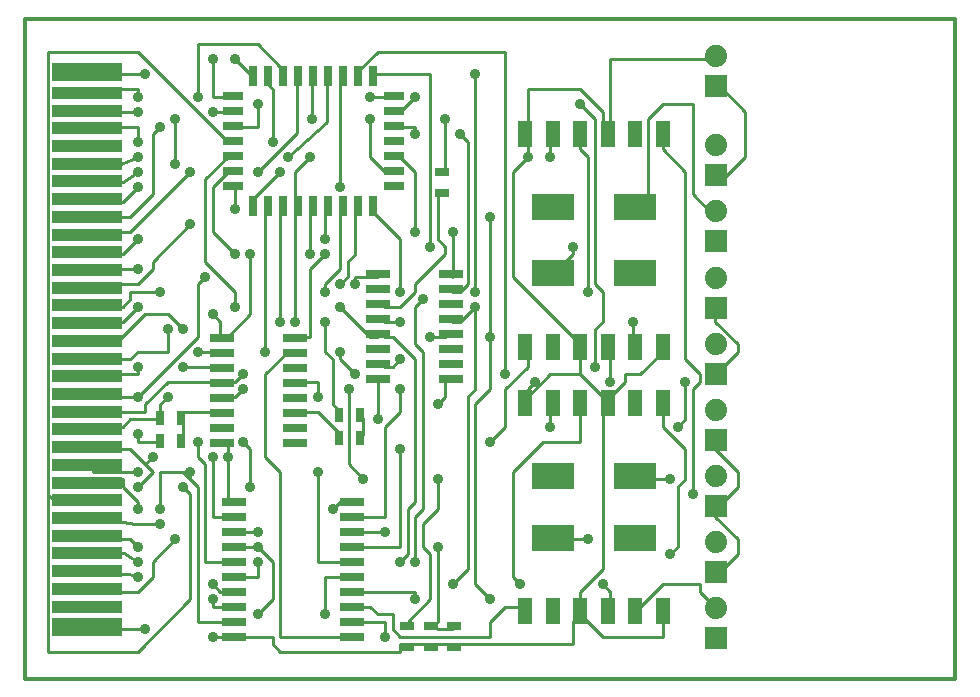
<source format=gbr>
G75*
G70*
%OFA0B0*%
%FSLAX25Y25*%
%IPPOS*%
%LPD*%
%AMOC8*
5,1,8,0,0,1.08239X$1,22.5*
%
%ADD10C,0.01181*%
%ADD11R,0.23622X0.05906*%
%ADD12R,0.23622X0.03937*%
%ADD13R,0.08000X0.02600*%
%ADD14R,0.02795X0.07008*%
%ADD15R,0.07008X0.02795*%
%ADD16R,0.04800X0.08800*%
%ADD17R,0.14173X0.08661*%
%ADD18R,0.04724X0.03150*%
%ADD19R,0.03150X0.04724*%
%ADD20R,0.07400X0.07400*%
%ADD21C,0.07400*%
%ADD22C,0.01000*%
%ADD23C,0.03600*%
%ADD24C,0.02400*%
D10*
X0008466Y0003830D02*
X0318466Y0003830D01*
X0318466Y0223830D01*
X0008466Y0223830D01*
X0008466Y0003830D01*
D11*
X0029214Y0020940D03*
X0029214Y0205980D03*
D12*
X0029214Y0199090D03*
X0029214Y0193184D03*
X0029214Y0187279D03*
X0029214Y0181373D03*
X0029214Y0175468D03*
X0029214Y0169562D03*
X0029214Y0163657D03*
X0029214Y0157751D03*
X0029214Y0151846D03*
X0029214Y0145940D03*
X0029214Y0140035D03*
X0029214Y0134129D03*
X0029214Y0128224D03*
X0029214Y0122318D03*
X0029214Y0116413D03*
X0029214Y0110507D03*
X0029214Y0104602D03*
X0029214Y0098696D03*
X0029214Y0092791D03*
X0029214Y0086885D03*
X0029214Y0080980D03*
X0029214Y0075074D03*
X0029214Y0069169D03*
X0029214Y0063263D03*
X0029214Y0057357D03*
X0029214Y0051452D03*
X0029214Y0045546D03*
X0029214Y0039641D03*
X0029214Y0033735D03*
X0029214Y0027830D03*
D13*
X0077977Y0027830D03*
X0077977Y0032830D03*
X0077977Y0037830D03*
X0077977Y0042830D03*
X0077977Y0047830D03*
X0077977Y0052830D03*
X0077977Y0057830D03*
X0077977Y0062830D03*
X0074122Y0082495D03*
X0074122Y0087495D03*
X0074122Y0092495D03*
X0074122Y0097495D03*
X0074122Y0102495D03*
X0074122Y0107495D03*
X0074122Y0112495D03*
X0074122Y0117495D03*
X0098322Y0117495D03*
X0098322Y0112495D03*
X0098322Y0107495D03*
X0098322Y0102495D03*
X0098322Y0097495D03*
X0098322Y0092495D03*
X0098322Y0087495D03*
X0098322Y0082495D03*
X0117577Y0062830D03*
X0117577Y0057830D03*
X0117577Y0052830D03*
X0117577Y0047830D03*
X0117577Y0042830D03*
X0117577Y0037830D03*
X0117577Y0032830D03*
X0117577Y0027830D03*
X0117577Y0022830D03*
X0117577Y0017830D03*
X0077977Y0017830D03*
X0077977Y0022830D03*
X0126071Y0103794D03*
X0126071Y0108794D03*
X0126071Y0113794D03*
X0126071Y0118794D03*
X0126071Y0123794D03*
X0126071Y0128794D03*
X0126071Y0133794D03*
X0126071Y0138794D03*
X0150271Y0138794D03*
X0150271Y0133794D03*
X0150271Y0128794D03*
X0150271Y0123794D03*
X0150271Y0118794D03*
X0150271Y0113794D03*
X0150271Y0108794D03*
X0150271Y0103794D03*
D14*
X0124549Y0161235D03*
X0119549Y0161235D03*
X0114549Y0161235D03*
X0109549Y0161235D03*
X0104549Y0161235D03*
X0099549Y0161235D03*
X0094549Y0161235D03*
X0089549Y0161235D03*
X0084549Y0161235D03*
X0084549Y0204661D03*
X0089549Y0204661D03*
X0094549Y0204661D03*
X0099549Y0204661D03*
X0104549Y0204661D03*
X0109549Y0204661D03*
X0114549Y0204661D03*
X0119549Y0204661D03*
X0124549Y0204661D03*
D15*
X0131261Y0197948D03*
X0131261Y0192948D03*
X0131261Y0187948D03*
X0131261Y0182948D03*
X0131261Y0177948D03*
X0131261Y0172948D03*
X0131261Y0167948D03*
X0077836Y0167948D03*
X0077836Y0172948D03*
X0077836Y0177948D03*
X0077836Y0182948D03*
X0077836Y0187948D03*
X0077836Y0192948D03*
X0077836Y0197948D03*
D16*
X0175232Y0185384D03*
X0184332Y0185384D03*
X0193432Y0185384D03*
X0202791Y0185384D03*
X0211891Y0185384D03*
X0220991Y0185384D03*
X0220991Y0114528D03*
X0211891Y0114528D03*
X0202791Y0114528D03*
X0193432Y0114528D03*
X0184332Y0114528D03*
X0175232Y0114528D03*
X0175232Y0095620D03*
X0184332Y0095620D03*
X0193432Y0095620D03*
X0202791Y0095620D03*
X0211891Y0095620D03*
X0220991Y0095620D03*
X0220991Y0026339D03*
X0211891Y0026339D03*
X0202791Y0026339D03*
X0193432Y0026339D03*
X0184332Y0026339D03*
X0175232Y0026339D03*
D17*
X0184332Y0050739D03*
X0184332Y0071220D03*
X0211891Y0071220D03*
X0211891Y0050739D03*
X0211891Y0138928D03*
X0211891Y0160983D03*
X0184332Y0160983D03*
X0184332Y0138928D03*
D18*
X0147561Y0165546D03*
X0147561Y0172633D03*
X0151576Y0021531D03*
X0151576Y0014444D03*
X0143663Y0014405D03*
X0135789Y0014444D03*
X0135789Y0021531D03*
X0143663Y0021491D03*
D19*
X0120041Y0083893D03*
X0112954Y0083893D03*
X0112954Y0091767D03*
X0120041Y0091767D03*
X0060356Y0090822D03*
X0053269Y0090822D03*
X0053309Y0082948D03*
X0060395Y0082948D03*
D20*
X0238663Y0083420D03*
X0238663Y0105468D03*
X0238663Y0127515D03*
X0238663Y0149562D03*
X0238663Y0171609D03*
X0238663Y0201531D03*
X0238663Y0061373D03*
X0238663Y0039326D03*
X0238663Y0017279D03*
D21*
X0238663Y0027279D03*
X0238663Y0049326D03*
X0238663Y0071373D03*
X0238663Y0093420D03*
X0238663Y0115468D03*
X0238663Y0137515D03*
X0238663Y0159562D03*
X0238663Y0181609D03*
X0238663Y0211531D03*
D22*
X0238466Y0210330D01*
X0203466Y0210330D01*
X0203466Y0187830D01*
X0202791Y0185384D01*
X0200966Y0187830D01*
X0200966Y0192830D01*
X0193466Y0200330D01*
X0175966Y0200330D01*
X0175966Y0187830D01*
X0175232Y0185384D01*
X0175966Y0185330D01*
X0175966Y0177830D01*
X0170966Y0172830D01*
X0170966Y0137830D01*
X0193466Y0115330D01*
X0193432Y0114528D01*
X0193466Y0112830D01*
X0193466Y0105330D01*
X0200966Y0097830D01*
X0202791Y0095620D01*
X0200966Y0095330D01*
X0200966Y0040330D01*
X0193466Y0032830D01*
X0193466Y0027830D01*
X0193432Y0026339D01*
X0193466Y0025330D01*
X0190966Y0022830D01*
X0190966Y0015330D01*
X0153466Y0015330D01*
X0151576Y0014444D01*
X0150966Y0015330D01*
X0145966Y0015330D01*
X0143663Y0014405D01*
X0143466Y0015330D01*
X0135966Y0015330D01*
X0135789Y0014444D01*
X0133466Y0015330D01*
X0133466Y0012830D01*
X0093466Y0012830D01*
X0090966Y0015330D01*
X0090966Y0017830D01*
X0077977Y0017830D01*
X0070966Y0017830D01*
X0065966Y0022830D02*
X0077977Y0022830D01*
X0085966Y0025330D02*
X0090966Y0030330D01*
X0090966Y0042830D01*
X0085966Y0047830D01*
X0077977Y0047830D01*
X0077977Y0042830D02*
X0068466Y0042830D01*
X0068466Y0075330D01*
X0065966Y0077830D01*
X0065966Y0082830D01*
X0060966Y0082830D02*
X0060395Y0082948D01*
X0060966Y0082830D02*
X0060966Y0090330D01*
X0060356Y0090822D01*
X0060966Y0092830D01*
X0073466Y0092830D01*
X0074122Y0092495D01*
X0074122Y0097495D02*
X0075966Y0097830D01*
X0078466Y0097830D01*
X0080966Y0100330D01*
X0078466Y0102830D02*
X0075966Y0102830D01*
X0074122Y0102495D01*
X0073466Y0102830D01*
X0055966Y0102830D01*
X0048466Y0095330D01*
X0048466Y0092830D01*
X0030966Y0092830D01*
X0029214Y0092791D01*
X0030966Y0087830D02*
X0029214Y0086885D01*
X0030966Y0087830D02*
X0040966Y0087830D01*
X0043466Y0090330D01*
X0053466Y0090330D01*
X0053269Y0090822D01*
X0053466Y0092830D01*
X0053466Y0095330D01*
X0055966Y0097830D01*
X0045966Y0097830D02*
X0065966Y0117830D01*
X0065966Y0135330D01*
X0068466Y0137830D01*
X0068466Y0142830D02*
X0078466Y0132830D01*
X0078466Y0127830D01*
X0083466Y0125330D02*
X0075966Y0117830D01*
X0074122Y0117495D01*
X0073466Y0117830D01*
X0073466Y0122830D01*
X0070966Y0125330D01*
X0060966Y0120330D02*
X0055966Y0125330D01*
X0048466Y0125330D01*
X0038466Y0115330D01*
X0030966Y0115330D01*
X0029214Y0116413D01*
X0029214Y0110507D02*
X0030966Y0110330D01*
X0043466Y0110330D01*
X0045966Y0112830D01*
X0055966Y0112830D01*
X0055966Y0120330D01*
X0045966Y0127830D02*
X0040966Y0122830D01*
X0030966Y0122830D01*
X0029214Y0122318D01*
X0030966Y0127830D02*
X0029214Y0128224D01*
X0030966Y0127830D02*
X0040966Y0127830D01*
X0043466Y0130330D01*
X0043466Y0132830D01*
X0053466Y0132830D01*
X0045966Y0135330D02*
X0030966Y0135330D01*
X0029214Y0134129D01*
X0029214Y0140035D02*
X0030966Y0140330D01*
X0045966Y0140330D01*
X0045966Y0135330D02*
X0050966Y0140330D01*
X0050966Y0142830D01*
X0063466Y0155330D01*
X0070966Y0152830D02*
X0078466Y0145330D01*
X0083466Y0145330D02*
X0083466Y0125330D01*
X0093466Y0122830D02*
X0093466Y0160330D01*
X0094549Y0161235D01*
X0098466Y0160330D02*
X0099549Y0161235D01*
X0098466Y0162830D01*
X0098466Y0172830D01*
X0103466Y0177830D01*
X0095966Y0177830D02*
X0108966Y0189330D01*
X0108966Y0201830D01*
X0109549Y0204661D01*
X0113466Y0202830D02*
X0114549Y0204661D01*
X0113466Y0202830D02*
X0113466Y0167830D01*
X0114549Y0161235D02*
X0113466Y0160330D01*
X0113466Y0140330D01*
X0108466Y0135330D01*
X0108466Y0132830D01*
X0113466Y0135330D02*
X0115966Y0137830D01*
X0115966Y0142830D01*
X0118466Y0145330D01*
X0118466Y0160330D01*
X0119549Y0161235D01*
X0123466Y0160330D02*
X0124549Y0161235D01*
X0123466Y0160330D02*
X0133466Y0150330D01*
X0133466Y0132830D01*
X0133466Y0127830D02*
X0128466Y0127830D01*
X0126071Y0128794D01*
X0126071Y0123794D02*
X0128466Y0122830D01*
X0133466Y0122830D01*
X0133466Y0127830D02*
X0138466Y0132830D01*
X0138466Y0135330D01*
X0148466Y0145330D01*
X0148466Y0147830D01*
X0145966Y0150330D01*
X0145966Y0165330D01*
X0147561Y0165546D01*
X0147561Y0172633D02*
X0148466Y0172830D01*
X0148466Y0190330D01*
X0153466Y0185330D02*
X0155966Y0182830D01*
X0155966Y0135330D01*
X0153466Y0132830D01*
X0150966Y0132830D01*
X0150271Y0133794D01*
X0150966Y0137830D02*
X0150271Y0138794D01*
X0150966Y0137830D02*
X0150966Y0152830D01*
X0143466Y0147830D02*
X0143466Y0205330D01*
X0123466Y0205330D01*
X0124549Y0204661D01*
X0119549Y0204661D02*
X0118466Y0205330D01*
X0125966Y0212830D01*
X0168466Y0212830D01*
X0168466Y0105330D01*
X0168466Y0100330D02*
X0175966Y0107830D01*
X0175966Y0112830D01*
X0175232Y0114528D01*
X0163466Y0117830D02*
X0163466Y0100330D01*
X0158466Y0095330D01*
X0158466Y0035330D01*
X0163466Y0030330D01*
X0168466Y0027830D02*
X0173466Y0027830D01*
X0175232Y0026339D01*
X0168466Y0027830D02*
X0163466Y0022830D01*
X0163466Y0017830D01*
X0133466Y0017830D01*
X0130966Y0020330D01*
X0130966Y0025330D01*
X0125966Y0025330D01*
X0123466Y0027830D01*
X0117577Y0027830D01*
X0117577Y0032830D02*
X0138466Y0032830D01*
X0138466Y0030330D01*
X0143466Y0030330D02*
X0143466Y0045330D01*
X0140966Y0047830D01*
X0140966Y0055330D01*
X0145966Y0060330D01*
X0145966Y0070330D01*
X0138466Y0062830D02*
X0138466Y0110330D01*
X0130966Y0117830D01*
X0128466Y0117830D01*
X0126071Y0118794D01*
X0125966Y0117830D01*
X0123466Y0117830D01*
X0113466Y0127830D01*
X0108466Y0122830D02*
X0108466Y0112830D01*
X0110966Y0110330D01*
X0110966Y0095330D01*
X0113466Y0092830D01*
X0112954Y0091767D01*
X0113466Y0085330D02*
X0112954Y0083893D01*
X0113466Y0085330D02*
X0105966Y0092830D01*
X0098466Y0092830D01*
X0098322Y0092495D01*
X0105966Y0097830D02*
X0105966Y0102830D01*
X0098466Y0102830D01*
X0098322Y0102495D01*
X0088466Y0105330D02*
X0095966Y0112830D01*
X0098322Y0112495D01*
X0098322Y0117495D02*
X0098466Y0117830D01*
X0103466Y0117830D01*
X0103466Y0140330D01*
X0108466Y0145330D01*
X0103466Y0145330D02*
X0103466Y0160330D01*
X0104549Y0161235D01*
X0108466Y0160330D02*
X0109549Y0161235D01*
X0108466Y0160330D02*
X0108466Y0150330D01*
X0098466Y0160330D02*
X0098466Y0122830D01*
X0088466Y0112830D02*
X0088466Y0160330D01*
X0089549Y0161235D01*
X0084549Y0161235D02*
X0083466Y0162830D01*
X0093466Y0172830D01*
X0085966Y0172830D02*
X0098966Y0185830D01*
X0098966Y0203330D01*
X0099549Y0204661D01*
X0103966Y0202830D02*
X0104549Y0204661D01*
X0103966Y0202830D02*
X0103966Y0190330D01*
X0090966Y0182830D02*
X0090966Y0200330D01*
X0088466Y0202830D01*
X0089549Y0204661D01*
X0084549Y0204661D02*
X0083466Y0205330D01*
X0078466Y0210330D01*
X0070966Y0210330D02*
X0070966Y0197830D01*
X0075966Y0197830D01*
X0077836Y0197948D01*
X0077836Y0192948D02*
X0075966Y0192830D01*
X0070966Y0192830D01*
X0065966Y0197830D02*
X0065966Y0215330D01*
X0085966Y0215330D01*
X0093466Y0207830D01*
X0093466Y0205330D01*
X0094549Y0204661D01*
X0085966Y0195330D02*
X0085966Y0187830D01*
X0078466Y0187830D01*
X0077836Y0187948D01*
X0077836Y0182948D02*
X0075966Y0182830D01*
X0045966Y0212830D01*
X0015966Y0212830D01*
X0015966Y0065330D01*
X0015966Y0012830D01*
X0045966Y0012830D01*
X0063466Y0030330D01*
X0063466Y0065330D01*
X0060966Y0067830D01*
X0063466Y0070330D02*
X0063466Y0072830D01*
X0060966Y0072830D02*
X0053466Y0072830D01*
X0053466Y0060330D01*
X0053466Y0055330D02*
X0044966Y0055330D01*
X0030966Y0057830D01*
X0029214Y0057357D01*
X0029214Y0051452D02*
X0030966Y0050330D01*
X0043466Y0050330D01*
X0045966Y0047830D01*
X0041466Y0045830D02*
X0045966Y0042830D01*
X0050966Y0042830D02*
X0050966Y0037830D01*
X0045966Y0032830D01*
X0030966Y0032830D01*
X0029214Y0033735D01*
X0029214Y0039641D02*
X0042966Y0038830D01*
X0045966Y0037830D01*
X0050966Y0042830D02*
X0058466Y0050330D01*
X0070966Y0057830D02*
X0077977Y0057830D01*
X0077977Y0062830D02*
X0075966Y0062830D01*
X0075966Y0077830D01*
X0075966Y0082830D01*
X0074122Y0082495D01*
X0070966Y0077830D02*
X0070966Y0057830D01*
X0077977Y0052830D02*
X0085966Y0052830D01*
X0085966Y0042830D02*
X0085966Y0037830D01*
X0077977Y0037830D01*
X0077977Y0032830D02*
X0073466Y0032830D01*
X0070966Y0035330D01*
X0070966Y0030330D02*
X0070966Y0027830D01*
X0077977Y0027830D01*
X0065966Y0022830D02*
X0065966Y0067830D01*
X0063466Y0070330D01*
X0060966Y0072830D01*
X0050966Y0072830D02*
X0048466Y0075330D01*
X0050966Y0077830D01*
X0048466Y0075330D02*
X0043466Y0080330D01*
X0030966Y0080330D01*
X0029214Y0080980D01*
X0029214Y0075074D02*
X0030966Y0075330D01*
X0030966Y0072830D01*
X0045966Y0072830D01*
X0045966Y0067830D02*
X0050966Y0072830D01*
X0040966Y0070330D02*
X0040966Y0067830D01*
X0045966Y0062830D01*
X0045966Y0060330D01*
X0040966Y0070330D02*
X0030966Y0070330D01*
X0029214Y0069169D01*
X0029214Y0063263D02*
X0028466Y0062830D01*
X0018466Y0062830D01*
X0015966Y0065330D01*
X0029214Y0045546D02*
X0030966Y0045330D01*
X0031466Y0045830D01*
X0041466Y0045830D01*
X0030966Y0020330D02*
X0029214Y0020940D01*
X0030966Y0020330D02*
X0048466Y0020330D01*
X0093466Y0017830D02*
X0117577Y0017830D01*
X0117577Y0022830D02*
X0128466Y0022830D01*
X0128466Y0017830D01*
X0135789Y0021531D02*
X0135966Y0022830D01*
X0143466Y0030330D01*
X0150966Y0035330D02*
X0155966Y0040330D01*
X0155966Y0097830D01*
X0158466Y0100330D01*
X0158466Y0127830D01*
X0153466Y0122830D01*
X0150966Y0122830D01*
X0150271Y0123794D01*
X0150271Y0118794D02*
X0148466Y0117830D01*
X0143466Y0117830D01*
X0140966Y0112830D02*
X0138466Y0115330D01*
X0138466Y0127830D01*
X0140966Y0130330D01*
X0125966Y0137830D02*
X0126071Y0138794D01*
X0125966Y0137830D02*
X0118466Y0137830D01*
X0118466Y0135330D01*
X0138466Y0152830D02*
X0138466Y0172830D01*
X0133466Y0177830D01*
X0131261Y0177948D01*
X0131261Y0172948D02*
X0130966Y0172830D01*
X0128466Y0172830D01*
X0123466Y0177830D01*
X0123466Y0190330D01*
X0131261Y0187948D02*
X0133466Y0187830D01*
X0138466Y0187830D01*
X0138466Y0185330D01*
X0133466Y0192830D02*
X0131261Y0192948D01*
X0133466Y0192830D02*
X0138466Y0197830D01*
X0131261Y0197948D02*
X0130966Y0197830D01*
X0123466Y0197830D01*
X0158466Y0205330D02*
X0158466Y0132830D01*
X0163466Y0117830D02*
X0163466Y0157830D01*
X0184332Y0138928D02*
X0185966Y0140330D01*
X0190966Y0145330D01*
X0190966Y0147830D01*
X0198466Y0135330D02*
X0200966Y0132830D01*
X0200966Y0122830D01*
X0198466Y0120330D01*
X0198466Y0107830D01*
X0193466Y0105330D02*
X0183466Y0105330D01*
X0175966Y0097830D01*
X0175232Y0095620D01*
X0175966Y0097830D02*
X0175966Y0100330D01*
X0178466Y0102830D01*
X0183466Y0095330D02*
X0184332Y0095620D01*
X0183466Y0095330D02*
X0183466Y0087830D01*
X0180966Y0082830D02*
X0193466Y0082830D01*
X0193466Y0095330D01*
X0193432Y0095620D01*
X0202791Y0095620D02*
X0203466Y0097830D01*
X0208466Y0102830D01*
X0208466Y0105330D01*
X0213466Y0105330D01*
X0220966Y0112830D01*
X0220991Y0114528D01*
X0211891Y0114528D02*
X0210966Y0115330D01*
X0210966Y0122830D01*
X0202791Y0114528D02*
X0203466Y0112830D01*
X0203466Y0102830D01*
X0220991Y0095620D02*
X0220966Y0095330D01*
X0220966Y0087830D01*
X0228466Y0080330D01*
X0228466Y0070330D01*
X0225966Y0067830D01*
X0225966Y0047830D01*
X0223466Y0045330D01*
X0220966Y0035330D02*
X0233466Y0035330D01*
X0233466Y0032830D01*
X0238466Y0027830D01*
X0238663Y0027279D01*
X0238663Y0039326D02*
X0240966Y0040330D01*
X0245966Y0045330D01*
X0245966Y0050330D01*
X0238466Y0057830D01*
X0238466Y0060330D01*
X0238663Y0061373D01*
X0240966Y0062830D01*
X0245966Y0067830D01*
X0245966Y0072830D01*
X0238466Y0080330D01*
X0238466Y0082830D01*
X0238663Y0083420D01*
X0228466Y0090330D02*
X0228466Y0102830D01*
X0230966Y0100330D02*
X0233466Y0102830D01*
X0233466Y0105330D01*
X0228466Y0110330D01*
X0228466Y0172830D01*
X0220966Y0180330D01*
X0220966Y0185330D01*
X0220991Y0185384D01*
X0215966Y0190330D02*
X0220966Y0195330D01*
X0230966Y0195330D01*
X0230966Y0165330D01*
X0238466Y0157830D01*
X0238663Y0159562D01*
X0240966Y0170330D02*
X0238663Y0171609D01*
X0240966Y0170330D02*
X0248466Y0177830D01*
X0248466Y0192830D01*
X0240966Y0200330D01*
X0238663Y0201531D01*
X0215966Y0190330D02*
X0215966Y0165330D01*
X0213466Y0162830D01*
X0211891Y0160983D01*
X0195966Y0177830D02*
X0193466Y0180330D01*
X0193466Y0185330D01*
X0193432Y0185384D01*
X0198466Y0190330D02*
X0198466Y0135330D01*
X0195966Y0132830D02*
X0195966Y0177830D01*
X0183466Y0177830D02*
X0183466Y0185330D01*
X0184332Y0185384D01*
X0193466Y0195330D02*
X0198466Y0190330D01*
X0238663Y0127515D02*
X0238466Y0125330D01*
X0238466Y0122830D01*
X0245966Y0115330D01*
X0245966Y0112830D01*
X0240966Y0107830D01*
X0238663Y0105468D01*
X0230966Y0100330D02*
X0230966Y0065330D01*
X0223466Y0070330D02*
X0213466Y0070330D01*
X0211891Y0071220D01*
X0225966Y0087830D02*
X0228466Y0090330D01*
X0180966Y0082830D02*
X0170966Y0072830D01*
X0170966Y0037830D01*
X0173466Y0035330D01*
X0184332Y0050739D02*
X0185966Y0050330D01*
X0195966Y0050330D01*
X0200966Y0035330D02*
X0203466Y0032830D01*
X0203466Y0027830D01*
X0202791Y0026339D01*
X0200966Y0017830D02*
X0193466Y0025330D01*
X0200966Y0017830D02*
X0220966Y0017830D01*
X0220966Y0025330D01*
X0220991Y0026339D01*
X0213466Y0027830D02*
X0211891Y0026339D01*
X0213466Y0027830D02*
X0220966Y0035330D01*
X0168466Y0087830D02*
X0163466Y0082830D01*
X0168466Y0087830D02*
X0168466Y0100330D01*
X0150271Y0103794D02*
X0148466Y0102830D01*
X0148466Y0097830D01*
X0145966Y0095330D01*
X0133466Y0092830D02*
X0133466Y0100330D01*
X0125966Y0102830D02*
X0126071Y0103794D01*
X0125966Y0102830D02*
X0125966Y0090330D01*
X0128466Y0087830D02*
X0133466Y0092830D01*
X0128466Y0087830D02*
X0128466Y0057830D01*
X0117577Y0057830D01*
X0117577Y0062830D02*
X0113466Y0062830D01*
X0110966Y0060330D01*
X0117577Y0052830D02*
X0128466Y0052830D01*
X0133466Y0047830D02*
X0117577Y0047830D01*
X0117577Y0042830D02*
X0105966Y0042830D01*
X0105966Y0072830D01*
X0116466Y0075330D02*
X0116466Y0100330D01*
X0118466Y0105330D02*
X0113466Y0110330D01*
X0113466Y0112830D01*
X0126071Y0108794D02*
X0128466Y0107830D01*
X0130966Y0107830D01*
X0133466Y0110330D01*
X0140966Y0112830D02*
X0140966Y0060330D01*
X0138466Y0057830D01*
X0138466Y0042830D01*
X0135966Y0045330D02*
X0135966Y0060330D01*
X0138466Y0062830D01*
X0120966Y0070330D02*
X0116466Y0075330D01*
X0120041Y0083893D02*
X0120966Y0085330D01*
X0120966Y0090330D01*
X0120041Y0091767D01*
X0133466Y0080330D02*
X0133466Y0047830D01*
X0135966Y0045330D02*
X0133466Y0042830D01*
X0145966Y0047830D02*
X0145966Y0022830D01*
X0143663Y0021491D01*
X0145966Y0020330D01*
X0150966Y0020330D01*
X0151576Y0021531D01*
X0117577Y0037830D02*
X0108466Y0037830D01*
X0108466Y0025330D01*
X0093466Y0017830D02*
X0093466Y0072830D01*
X0088466Y0077830D01*
X0088466Y0105330D01*
X0080966Y0105330D02*
X0078466Y0102830D01*
X0074122Y0107495D02*
X0073466Y0107830D01*
X0060966Y0107830D01*
X0065966Y0112830D02*
X0073466Y0112830D01*
X0074122Y0112495D01*
X0045966Y0107830D02*
X0045966Y0105330D01*
X0030966Y0105330D01*
X0029214Y0104602D01*
X0029214Y0098696D02*
X0030966Y0097830D01*
X0045966Y0097830D01*
X0045966Y0085330D02*
X0045966Y0082830D01*
X0053466Y0082830D01*
X0053309Y0082948D01*
X0080966Y0082830D02*
X0083466Y0080330D01*
X0083466Y0067830D01*
X0068466Y0142830D02*
X0068466Y0170330D01*
X0075966Y0177830D01*
X0077836Y0177948D01*
X0077836Y0172948D02*
X0075966Y0172830D01*
X0070966Y0167830D01*
X0070966Y0152830D01*
X0078466Y0160330D02*
X0078466Y0167830D01*
X0077836Y0167948D01*
X0063466Y0172830D02*
X0043466Y0152830D01*
X0030966Y0152830D01*
X0029214Y0151846D01*
X0029214Y0145940D02*
X0030966Y0145330D01*
X0040966Y0145330D01*
X0045966Y0150330D01*
X0043466Y0157830D02*
X0030966Y0157830D01*
X0029214Y0157751D01*
X0030966Y0162830D02*
X0029214Y0163657D01*
X0030966Y0162830D02*
X0040966Y0162830D01*
X0045966Y0167830D01*
X0050966Y0165330D02*
X0043466Y0157830D01*
X0050966Y0165330D02*
X0050966Y0185330D01*
X0053466Y0187830D01*
X0058466Y0190330D02*
X0058466Y0175330D01*
X0045966Y0172830D02*
X0040966Y0169330D01*
X0030966Y0169330D01*
X0029214Y0169562D01*
X0029214Y0175468D02*
X0030966Y0175330D01*
X0040466Y0175330D01*
X0045966Y0177830D01*
X0045966Y0182830D02*
X0045966Y0187830D01*
X0030966Y0187830D01*
X0029214Y0187279D01*
X0030966Y0192830D02*
X0029214Y0193184D01*
X0030966Y0192830D02*
X0045966Y0192830D01*
X0045966Y0197830D02*
X0045966Y0200330D01*
X0030966Y0200330D01*
X0029214Y0199090D01*
X0030966Y0205330D02*
X0029214Y0205980D01*
X0030966Y0205330D02*
X0048466Y0205330D01*
D23*
X0048466Y0205330D03*
X0045966Y0197830D03*
X0045966Y0192830D03*
X0053466Y0187830D03*
X0058466Y0190330D03*
X0065966Y0197830D03*
X0070966Y0192830D03*
X0085966Y0195330D03*
X0090966Y0182830D03*
X0095966Y0177830D03*
X0093466Y0172830D03*
X0085966Y0172830D03*
X0078466Y0160330D03*
X0063466Y0155330D03*
X0078466Y0145330D03*
X0083466Y0145330D03*
X0068466Y0137830D03*
X0078466Y0127830D03*
X0070966Y0125330D03*
X0060966Y0120330D03*
X0055966Y0120330D03*
X0045966Y0127830D03*
X0053466Y0132830D03*
X0045966Y0140330D03*
X0045966Y0150330D03*
X0045966Y0167830D03*
X0045966Y0172830D03*
X0045966Y0177830D03*
X0045966Y0182830D03*
X0058466Y0175330D03*
X0063466Y0172830D03*
X0103466Y0177830D03*
X0103966Y0190330D03*
X0123466Y0190330D03*
X0123466Y0197830D03*
X0138466Y0197830D03*
X0148466Y0190330D03*
X0153466Y0185330D03*
X0138466Y0185330D03*
X0113466Y0167830D03*
X0108466Y0150330D03*
X0108466Y0145330D03*
X0103466Y0145330D03*
X0113466Y0135330D03*
X0118466Y0135330D03*
X0113466Y0127830D03*
X0108466Y0122830D03*
X0098466Y0122830D03*
X0093466Y0122830D03*
X0088466Y0112830D03*
X0080966Y0105330D03*
X0080966Y0100330D03*
X0065966Y0112830D03*
X0060966Y0107830D03*
X0055966Y0097830D03*
X0045966Y0097830D03*
X0045966Y0107830D03*
X0045966Y0085330D03*
X0050966Y0077830D03*
X0045966Y0072830D03*
X0045966Y0067830D03*
X0045966Y0060330D03*
X0053466Y0060330D03*
X0053466Y0055330D03*
X0058466Y0050330D03*
X0045966Y0047830D03*
X0045966Y0042830D03*
X0045966Y0037830D03*
X0048466Y0020330D03*
X0070966Y0017830D03*
X0085966Y0025330D03*
X0070966Y0030330D03*
X0070966Y0035330D03*
X0085966Y0042830D03*
X0085966Y0047830D03*
X0085966Y0052830D03*
X0083466Y0067830D03*
X0075966Y0077830D03*
X0070966Y0077830D03*
X0065966Y0082830D03*
X0063466Y0072830D03*
X0060966Y0067830D03*
X0080966Y0082830D03*
X0105966Y0072830D03*
X0120966Y0070330D03*
X0110966Y0060330D03*
X0128466Y0052830D03*
X0133466Y0042830D03*
X0138466Y0042830D03*
X0145966Y0047830D03*
X0150966Y0035330D03*
X0163466Y0030330D03*
X0173466Y0035330D03*
X0195966Y0050330D03*
X0200966Y0035330D03*
X0223466Y0045330D03*
X0230966Y0065330D03*
X0223466Y0070330D03*
X0225966Y0087830D03*
X0228466Y0102830D03*
X0203466Y0102830D03*
X0198466Y0107830D03*
X0178466Y0102830D03*
X0168466Y0105330D03*
X0163466Y0117830D03*
X0158466Y0127830D03*
X0158466Y0132830D03*
X0140966Y0130330D03*
X0133466Y0132830D03*
X0133466Y0122830D03*
X0143466Y0117830D03*
X0133466Y0110330D03*
X0133466Y0100330D03*
X0125966Y0090330D03*
X0116466Y0100330D03*
X0118466Y0105330D03*
X0105966Y0097830D03*
X0113466Y0112830D03*
X0108466Y0132830D03*
X0138466Y0152830D03*
X0143466Y0147830D03*
X0150966Y0152830D03*
X0163466Y0157830D03*
X0175966Y0177830D03*
X0183466Y0177830D03*
X0193466Y0195330D03*
X0158466Y0205330D03*
X0190966Y0147830D03*
X0195966Y0132830D03*
X0210966Y0122830D03*
X0183466Y0087830D03*
X0163466Y0082830D03*
X0145966Y0070330D03*
X0133466Y0080330D03*
X0145966Y0095330D03*
X0138466Y0030330D03*
X0128466Y0017830D03*
X0108466Y0025330D03*
X0078466Y0210330D03*
X0070966Y0210330D03*
D24*
X0185120Y0097594D02*
X0185120Y0096019D01*
X0185120Y0094444D01*
X0184332Y0095620D02*
X0184731Y0096019D01*
X0185120Y0096019D01*
M02*

</source>
